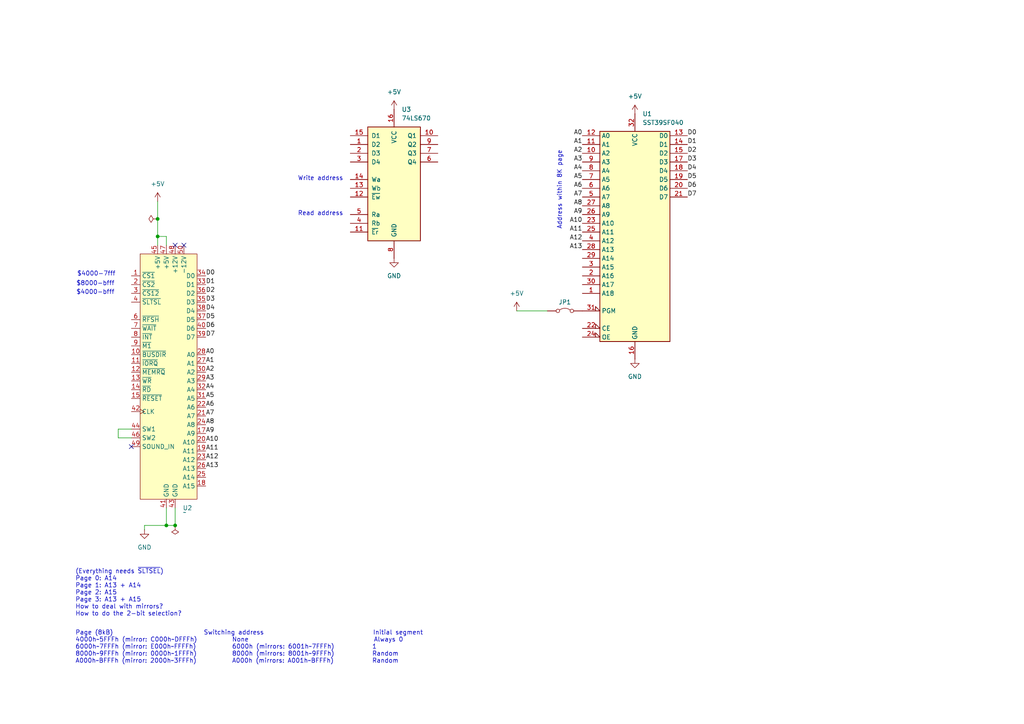
<source format=kicad_sch>
(kicad_sch (version 20231120) (generator "eeschema") (generator_version "8.0")
  (paper "A4")
  (lib_symbols
    (symbol "74xx:74LS670" (pin_names (offset 1.016))
      (property "Reference" "U" (at -7.62 16.51 0))
      (property "Value" "74LS670" (at -7.62 -19.05 0))
      (symbol "74LS670_1_0"
        (pin input line (at -12.7 10.16 0) (length 5.08) (name "D2") (number "1"))
        (pin tri_state line (at 12.7 12.7 180) (length 5.08) (name "Q1") (number "10"))
        (pin input line (at -12.7 -15.24 0) (length 5.08) (name "~{Er}") (number "11"))
        (pin input line (at -12.7 -5.08 0) (length 5.08) (name "~{Ew}") (number "12"))
        (pin input line (at -12.7 -2.54 0) (length 5.08) (name "Wb") (number "13"))
        (pin input line (at -12.7 0 0) (length 5.08) (name "Wa") (number "14"))
        (pin input line (at -12.7 12.7 0) (length 5.08) (name "D1") (number "15"))
        (pin power_in line (at 0 20.32 270) (length 5.08) (name "VCC") (number "16"))
        (pin input line (at -12.7 7.62 0) (length 5.08) (name "D3") (number "2"))
        (pin input line (at -12.7 5.08 0) (length 5.08) (name "D4") (number "3"))
        (pin input line (at -12.7 -12.7 0) (length 5.08) (name "Rb") (number "4"))
        (pin input line (at -12.7 -10.16 0) (length 5.08) (name "Ra") (number "5"))
        (pin tri_state line (at 12.7 5.08 180) (length 5.08) (name "Q4") (number "6"))
        (pin tri_state line (at 12.7 7.62 180) (length 5.08) (name "Q3") (number "7"))
        (pin power_in line (at 0 -22.86 90) (length 5.08) (name "GND") (number "8"))
        (pin tri_state line (at 12.7 10.16 180) (length 5.08) (name "Q2") (number "9"))
      )
      (symbol "74LS670_1_1"
        (rectangle (start -7.62 15.24) (end 7.62 -17.78) (stroke (width 0.254)) (fill (type background)))
      )
    )
    (symbol "Jumper:Jumper_2_Bridged" (pin_numbers hide) (pin_names (offset 0) hide) (exclude_from_sim yes)
      (property "Reference" "JP" (at 0 1.905 0))
      (property "Value" "Jumper_2_Bridged" (at 0 -2.54 0))
      (symbol "Jumper_2_Bridged_0_0"
        (circle (center -2.032 0) (radius 0.508))
        (circle (center 2.032 0) (radius 0.508))
      )
      (symbol "Jumper_2_Bridged_0_1"
        (arc (start 1.524 0.254) (mid 0 0.762) (end -1.524 0.254))
      )
      (symbol "Jumper_2_Bridged_1_1"
        (pin passive line (at -5.08 0 0) (length 2.54) (name "A") (number "1"))
        (pin passive line (at 5.08 0 180) (length 2.54) (name "B") (number "2"))
      )
    )
    (symbol "MSX:Cartridge"
      (property "Reference" "U" (at 0 -5.08 0))
      (symbol "Cartridge_1_1"
        (rectangle (start -8.89 2.54) (end 7.62 -68.58) (fill (type background)))
        (pin input line (at -11.43 -3.81 0) (length 2.54) (name "~{CS1}") (number "1"))
        (pin output line (at -11.43 -26.67 0) (length 2.54) (name "~{BUSDIR}") (number "10"))
        (pin input line (at -11.43 -29.21 0) (length 2.54) (name "~{IORQ}") (number "11"))
        (pin input line (at -11.43 -31.75 0) (length 2.54) (name "~{MEMRQ}") (number "12"))
        (pin input line (at -11.43 -34.29 0) (length 2.54) (name "~{WR}") (number "13"))
        (pin input line (at -11.43 -36.83 0) (length 2.54) (name "~{RD}") (number "14"))
        (pin input line (at -11.43 -39.37 0) (length 2.54) (name "~{RESET}") (number "15"))
        (pin input line (at 10.16 -49.53 180) (length 2.54) (name "A9") (number "17"))
        (pin input line (at 10.16 -64.77 180) (length 2.54) (name "A15") (number "18"))
        (pin input line (at 10.16 -54.61 180) (length 2.54) (name "A11") (number "19"))
        (pin input line (at -11.43 -6.35 0) (length 2.54) (name "~{CS2}") (number "2"))
        (pin input line (at 10.16 -52.07 180) (length 2.54) (name "A10") (number "20"))
        (pin input line (at 10.16 -44.45 180) (length 2.54) (name "A7") (number "21"))
        (pin input line (at 10.16 -41.91 180) (length 2.54) (name "A6") (number "22"))
        (pin input line (at 10.16 -57.15 180) (length 2.54) (name "A12") (number "23"))
        (pin input line (at 10.16 -46.99 180) (length 2.54) (name "A8") (number "24"))
        (pin input line (at 10.16 -62.23 180) (length 2.54) (name "A14") (number "25"))
        (pin input line (at 10.16 -59.69 180) (length 2.54) (name "A13") (number "26"))
        (pin input line (at 10.16 -29.21 180) (length 2.54) (name "A1") (number "27"))
        (pin input line (at 10.16 -26.67 180) (length 2.54) (name "A0") (number "28"))
        (pin input line (at 10.16 -34.29 180) (length 2.54) (name "A3") (number "29"))
        (pin input line (at -11.43 -8.89 0) (length 2.54) (name "~{CS12}") (number "3"))
        (pin input line (at 10.16 -31.75 180) (length 2.54) (name "A2") (number "30"))
        (pin input line (at 10.16 -39.37 180) (length 2.54) (name "A5") (number "31"))
        (pin input line (at 10.16 -36.83 180) (length 2.54) (name "A4") (number "32"))
        (pin bidirectional line (at 10.16 -6.35 180) (length 2.54) (name "D1") (number "33"))
        (pin bidirectional line (at 10.16 -3.81 180) (length 2.54) (name "D0") (number "34"))
        (pin bidirectional line (at 10.16 -11.43 180) (length 2.54) (name "D3") (number "35"))
        (pin bidirectional line (at 10.16 -8.89 180) (length 2.54) (name "D2") (number "36"))
        (pin bidirectional line (at 10.16 -16.51 180) (length 2.54) (name "D5") (number "37"))
        (pin bidirectional line (at 10.16 -13.97 180) (length 2.54) (name "D4") (number "38"))
        (pin bidirectional line (at 10.16 -21.59 180) (length 2.54) (name "D7") (number "39"))
        (pin input line (at -11.43 -11.43 0) (length 2.54) (name "~{SLTSL}") (number "4"))
        (pin bidirectional line (at 10.16 -19.05 180) (length 2.54) (name "D6") (number "40"))
        (pin power_in line (at -1.27 -71.12 90) (length 2.54) (name "GND") (number "41"))
        (pin input clock (at -11.43 -43.18 0) (length 2.54) (name "CLK") (number "42"))
        (pin power_in line (at 1.27 -71.12 90) (length 2.54) (name "GND") (number "43"))
        (pin output line (at -11.43 -48.26 0) (length 2.54) (name "SW1") (number "44"))
        (pin power_in line (at -3.81 5.08 270) (length 2.54) (name "+5V") (number "45"))
        (pin output line (at -11.43 -50.8 0) (length 2.54) (name "SW2") (number "46"))
        (pin power_in line (at -1.27 5.08 270) (length 2.54) (name "+5V") (number "47"))
        (pin power_in line (at 1.27 5.08 270) (length 2.54) (name "+12V") (number "48"))
        (pin input line (at -11.43 -53.34 0) (length 2.54) (name "SOUND_IN") (number "49"))
        (pin power_in line (at 3.81 5.08 270) (length 2.54) (name "-12V") (number "50"))
        (pin input line (at -11.43 -16.51 0) (length 2.54) (name "~{RFSH}") (number "6"))
        (pin output line (at -11.43 -19.05 0) (length 2.54) (name "~{WAIT}") (number "7"))
        (pin output line (at -11.43 -21.59 0) (length 2.54) (name "~{INT}") (number "8"))
        (pin input line (at -11.43 -24.13 0) (length 2.54) (name "~{M1}") (number "9"))
      )
    )
    (symbol "Memory_Flash:SST39SF040"
      (property "Reference" "U" (at 2.54 33.02 0))
      (property "Value" "SST39SF040" (at 0 -30.48 0))
      (symbol "SST39SF040_0_0"
        (pin power_in line (at 0 -34.29 90) (length 5.08) (name "GND") (number "16"))
        (pin power_in line (at 0 36.83 270) (length 5.08) (name "VCC") (number "32"))
      )
      (symbol "SST39SF040_0_1"
        (rectangle (start -10.16 31.75) (end 10.16 -29.21) (stroke (width 0.254)) (fill (type background)))
      )
      (symbol "SST39SF040_1_1"
        (pin input line (at -15.24 -15.24 0) (length 5.08) (name "A18") (number "1"))
        (pin input line (at -15.24 25.4 0) (length 5.08) (name "A2") (number "10"))
        (pin input line (at -15.24 27.94 0) (length 5.08) (name "A1") (number "11"))
        (pin input line (at -15.24 30.48 0) (length 5.08) (name "A0") (number "12"))
        (pin tri_state line (at 15.24 30.48 180) (length 5.08) (name "D0") (number "13"))
        (pin tri_state line (at 15.24 27.94 180) (length 5.08) (name "D1") (number "14"))
        (pin tri_state line (at 15.24 25.4 180) (length 5.08) (name "D2") (number "15"))
        (pin tri_state line (at 15.24 22.86 180) (length 5.08) (name "D3") (number "17"))
        (pin tri_state line (at 15.24 20.32 180) (length 5.08) (name "D4") (number "18"))
        (pin tri_state line (at 15.24 17.78 180) (length 5.08) (name "D5") (number "19"))
        (pin input line (at -15.24 -10.16 0) (length 5.08) (name "A16") (number "2"))
        (pin tri_state line (at 15.24 15.24 180) (length 5.08) (name "D6") (number "20"))
        (pin tri_state line (at 15.24 12.7 180) (length 5.08) (name "D7") (number "21"))
        (pin input input_low (at -15.24 -25.4 0) (length 5.08) (name "CE") (number "22"))
        (pin input line (at -15.24 5.08 0) (length 5.08) (name "A10") (number "23"))
        (pin input input_low (at -15.24 -27.94 0) (length 5.08) (name "OE") (number "24"))
        (pin input line (at -15.24 2.54 0) (length 5.08) (name "A11") (number "25"))
        (pin input line (at -15.24 7.62 0) (length 5.08) (name "A9") (number "26"))
        (pin input line (at -15.24 10.16 0) (length 5.08) (name "A8") (number "27"))
        (pin input line (at -15.24 -2.54 0) (length 5.08) (name "A13") (number "28"))
        (pin input line (at -15.24 -5.08 0) (length 5.08) (name "A14") (number "29"))
        (pin input line (at -15.24 -7.62 0) (length 5.08) (name "A15") (number "3"))
        (pin input line (at -15.24 -12.7 0) (length 5.08) (name "A17") (number "30"))
        (pin input input_low (at -15.24 -20.32 0) (length 5.08) (name "PGM") (number "31"))
        (pin input line (at -15.24 0 0) (length 5.08) (name "A12") (number "4"))
        (pin input line (at -15.24 12.7 0) (length 5.08) (name "A7") (number "5"))
        (pin input line (at -15.24 15.24 0) (length 5.08) (name "A6") (number "6"))
        (pin input line (at -15.24 17.78 0) (length 5.08) (name "A5") (number "7"))
        (pin input line (at -15.24 20.32 0) (length 5.08) (name "A4") (number "8"))
        (pin input line (at -15.24 22.86 0) (length 5.08) (name "A3") (number "9"))
      )
    )
    (symbol "power:+5V" (power) (pin_numbers hide) (pin_names (offset 0) hide)
      (property "Value" "+5V" (at 0 3.556 0))
      (symbol "+5V_0_1"
        (polyline (pts (xy -0.762 1.27) (xy 0 2.54)))
        (polyline (pts (xy 0 0) (xy 0 2.54)))
        (polyline (pts (xy 0 2.54) (xy 0.762 1.27)))
      )
      (symbol "+5V_1_1"
        (pin power_in line (at 0 0 90) (length 0) (name "~") (number "1"))
      )
    )
    (symbol "power:GND" (power) (pin_numbers hide) (pin_names (offset 0) hide)
      (property "Value" "GND" (at 0 -3.81 0))
      (symbol "GND_0_1"
        (polyline (pts (xy 0 0) (xy 0 -1.27) (xy 1.27 -1.27) (xy 0 -2.54) (xy -1.27 -1.27) (xy 0 -1.27)))
      )
      (symbol "GND_1_1"
        (pin power_in line (at 0 0 270) (length 0) (name "~") (number "1"))
      )
    )
    (symbol "power:PWR_FLAG" (power) (pin_numbers hide) (pin_names (offset 0) hide)
      (property "Value" "PWR_FLAG" (at 0 3.81 0))
      (symbol "PWR_FLAG_0_0"
        (pin power_out line (at 0 0 90) (length 0) (name "~") (number "1"))
      )
      (symbol "PWR_FLAG_0_1"
        (polyline (pts (xy 0 0) (xy 0 1.27) (xy -1.016 1.905) (xy 0 2.54) (xy 1.016 1.905) (xy 0 1.27)))
      )
    )
  )
  (junction (at 45.72 68.58))
  (junction (at 45.72 63.5))
  (junction (at 48.26 152.4))
  (junction (at 50.8 152.4))
  (no_connect (at 38.1 129.54))
  (no_connect (at 53.34 71.12))
  (no_connect (at 50.8 71.12))
  (wire (pts (xy 41.91 153.67) (xy 41.91 152.4)))
  (wire (pts (xy 45.72 68.58) (xy 45.72 71.12)))
  (wire (pts (xy 45.72 58.42) (xy 45.72 63.5)))
  (wire (pts (xy 45.72 63.5) (xy 45.72 68.58)))
  (wire (pts (xy 34.29 127) (xy 38.1 127)))
  (wire (pts (xy 50.8 152.4) (xy 50.8 147.32)))
  (wire (pts (xy 48.26 71.12) (xy 48.26 68.58)))
  (wire (pts (xy 149.86 90.17) (xy 158.75 90.17)))
  (wire (pts (xy 48.26 152.4) (xy 50.8 152.4)))
  (wire (pts (xy 34.29 124.46) (xy 34.29 127)))
  (wire (pts (xy 48.26 68.58) (xy 45.72 68.58)))
  (wire (pts (xy 41.91 152.4) (xy 48.26 152.4)))
  (wire (pts (xy 48.26 147.32) (xy 48.26 152.4)))
  (wire (pts (xy 38.1 124.46) (xy 34.29 124.46)))
  (text "Write address" (at 92.964 51.816 0) (effects (font (size 1.27 1.27))))
  (text "Address within 8K page" (at 162.306 55.118 90) (effects (font (size 1.27 1.27))))
  (text "$8000-bfff" (at 27.686 82.296 0) (effects (font (size 1.27 1.27))))
  (text "$4000-7fff" (at 27.94 79.502 0) (effects (font (size 1.27 1.27))))
  (text "Read address" (at 92.964 61.976 0) (effects (font (size 1.27 1.27))))
  (text "$4000-bfff" (at 27.686 84.836 0) (effects (font (size 1.27 1.27))))
  (text "Page (8kB)	                       Switching address	                Initial segment\n4000h~5FFFh (mirror: C000h~DFFFh)	None	                                Always 0\n6000h~7FFFh (mirror: E000h~FFFFh)	6000h (mirrors: 6001h~7FFFh)	1\n8000h~9FFFh (mirror: 0000h~1FFFh)	8000h (mirrors: 8001h~9FFFh)	Random\nA000h~BFFFh (mirror: 2000h~3FFFh)	A000h (mirrors: A001h~BFFFh)	Random" (at 21.844 187.706 0) (effects (font (size 1.27 1.27)) (justify left)))
  (text "(Everything needs ~{SLTSEL})\nPage 0: A14\nPage 1: A13 + A14\nPage 2: A15\nPage 3: A13 + A15\nHow to deal with mirrors?\nHow to do the 2-bit selection?" (at 21.844 165.1 0) (effects (font (size 1.27 1.27)) (justify left top)))
  (label "A0" (at 168.91 39.37 180))
  (label "A1" (at 168.91 41.91 180))
  (label "D7" (at 59.69 97.79 0))
  (label "D5" (at 59.69 92.71 0))
  (label "D3" (at 59.69 87.63 0))
  (label "A13" (at 59.69 135.89 0))
  (label "D1" (at 199.39 41.91 0))
  (label "D4" (at 59.69 90.17 0))
  (label "D5" (at 199.39 52.07 0))
  (label "A1" (at 59.69 105.41 0))
  (label "D6" (at 59.69 95.25 0))
  (label "D6" (at 199.39 54.61 0))
  (label "A6" (at 59.69 118.11 0))
  (label "A5" (at 168.91 52.07 180))
  (label "A12" (at 59.69 133.35 0))
  (label "A4" (at 168.91 49.53 180))
  (label "A2" (at 168.91 44.45 180))
  (label "A5" (at 59.69 115.57 0))
  (label "A12" (at 168.91 69.85 180))
  (label "A3" (at 168.91 46.99 180))
  (label "A3" (at 59.69 110.49 0))
  (label "A11" (at 59.69 130.81 0))
  (label "A8" (at 59.69 123.19 0))
  (label "D0" (at 199.39 39.37 0))
  (label "A9" (at 59.69 125.73 0))
  (label "A6" (at 168.91 54.61 180))
  (label "D0" (at 59.69 80.01 0))
  (label "D4" (at 199.39 49.53 0))
  (label "A4" (at 59.69 113.03 0))
  (label "D7" (at 199.39 57.15 0))
  (label "D2" (at 199.39 44.45 0))
  (label "A8" (at 168.91 59.69 180))
  (label "A7" (at 168.91 57.15 180))
  (label "D2" (at 59.69 85.09 0))
  (label "D1" (at 59.69 82.55 0))
  (label "A7" (at 59.69 120.65 0))
  (label "A0" (at 59.69 102.87 0))
  (label "A13" (at 168.91 72.39 180))
  (label "A9" (at 168.91 62.23 180))
  (label "A2" (at 59.69 107.95 0))
  (label "D3" (at 199.39 46.99 0))
  (label "A10" (at 168.91 64.77 180))
  (label "A10" (at 59.69 128.27 0))
  (label "A11" (at 168.91 67.31 180))
  (symbol (lib_id "Jumper:Jumper_2_Bridged") (at 163.83 90.17 0) (unit 1) (exclude_from_sim yes)
    (property "Reference" "JP1" (at 163.83 87.63 0))
    (property "Value" "Jumper_2_Bridged" (effects (hide yes)))
    (property "Footprint" "Jumper:SolderJumper-2_P1.3mm_Bridged_Pad1.0x1.5mm" (effects (hide yes)))
    (property "Description" "Jumper, 2-pole, closed/bridged" (effects (hide yes)))
  )
  (symbol (lib_id "power:PWR_FLAG") (at 50.8 152.4 180) (unit 1)
    (property "Reference" "#FLG02" (effects (hide yes)))
    (property "Value" "PWR_FLAG" (effects (hide yes)))
    (property "Description" "Special symbol for telling ERC where power comes from" (effects (hide yes)))
  )
  (symbol (lib_id "power:PWR_FLAG") (at 45.72 63.5 90) (unit 1)
    (property "Reference" "#FLG01" (effects (hide yes)))
    (property "Value" "PWR_FLAG" (effects (hide yes)))
    (property "Description" "Special symbol for telling ERC where power comes from" (effects (hide yes)))
  )
  (symbol (lib_id "MSX:Cartridge") (at 49.53 76.2 0) (unit 1)
    (property "Reference" "U2" (at 52.9941 147.32 0) (effects (justify left)))
    (property "Value" "~" (at 52.9941 148.59 0) (effects (justify left)))
    (property "Footprint" "MSX:Cartridge" (effects (hide yes)))
  )
  (symbol (lib_id "74xx:74LS670") (at 114.3 52.07 0) (unit 1)
    (property "Reference" "U3" (at 116.4941 31.75 0) (effects (justify left)))
    (property "Value" "74LS670" (at 116.4941 34.29 0) (effects (justify left)))
    (property "Footprint" "Package_DIP:DIP-16_W7.62mm_Socket_LongPads" (effects (hide yes)))
    (property "Datasheet" "http://www.ti.com/lit/gpn/sn74LS670" (effects (hide yes)))
    (property "Description" "4 x 4 Register Files 3-State Outputs" (effects (hide yes)))
  )
  (symbol (lib_id "power:+5V") (at 45.72 58.42 0) (unit 1)
    (property "Reference" "#PWR01" (effects (hide yes)))
    (property "Value" "+5V" (at 45.72 53.34 0))
    (property "Description" "Power symbol creates a global label with name \"+5V\"" (effects (hide yes)))
  )
  (symbol (lib_id "power:GND") (at 114.3 74.93 0) (unit 1)
    (property "Reference" "#PWR06" (effects (hide yes)))
    (property "Value" "GND" (at 114.3 80.01 0))
    (property "Description" "Power symbol creates a global label with name \"GND\" , ground" (effects (hide yes)))
  )
  (symbol (lib_id "power:+5V") (at 149.86 90.17 0) (unit 1)
    (property "Reference" "#PWR05" (effects (hide yes)))
    (property "Value" "+5V" (at 149.86 85.09 0))
    (property "Description" "Power symbol creates a global label with name \"+5V\"" (effects (hide yes)))
  )
  (symbol (lib_id "Memory_Flash:SST39SF040") (at 184.15 69.85 0) (unit 1)
    (property "Reference" "U1" (at 186.3441 33.02 0) (effects (justify left)))
    (property "Value" "SST39SF040" (at 186.3441 35.56 0) (effects (justify left)))
    (property "Footprint" "Package_DIP:DIP-32_W15.24mm_Socket_LongPads" (effects (hide yes)))
    (property "Datasheet" "http://ww1.microchip.com/downloads/en/DeviceDoc/25022B.pdf" (effects (hide yes)))
    (property "Description" "Silicon Storage Technology (SSF) 512k x 8 Flash ROM" (effects (hide yes)))
  )
  (symbol (lib_id "power:GND") (at 184.15 104.14 0) (unit 1)
    (property "Reference" "#PWR03" (effects (hide yes)))
    (property "Value" "GND" (at 184.15 109.22 0))
    (property "Description" "Power symbol creates a global label with name \"GND\" , ground" (effects (hide yes)))
  )
  (symbol (lib_id "power:GND") (at 41.91 153.67 0) (unit 1)
    (property "Reference" "#PWR02" (effects (hide yes)))
    (property "Value" "GND" (at 41.91 158.75 0))
    (property "Description" "Power symbol creates a global label with name \"GND\" , ground" (effects (hide yes)))
  )
  (symbol (lib_id "power:+5V") (at 184.15 33.02 0) (unit 1)
    (property "Reference" "#PWR04" (effects (hide yes)))
    (property "Value" "+5V" (at 184.15 27.94 0))
    (property "Description" "Power symbol creates a global label with name \"+5V\"" (effects (hide yes)))
  )
  (symbol (lib_id "power:+5V") (at 114.3 31.75 0) (unit 1)
    (property "Reference" "#PWR07" (effects (hide yes)))
    (property "Value" "+5V" (at 114.3 26.67 0))
    (property "Description" "Power symbol creates a global label with name \"+5V\"" (effects (hide yes)))
  )
)
</source>
